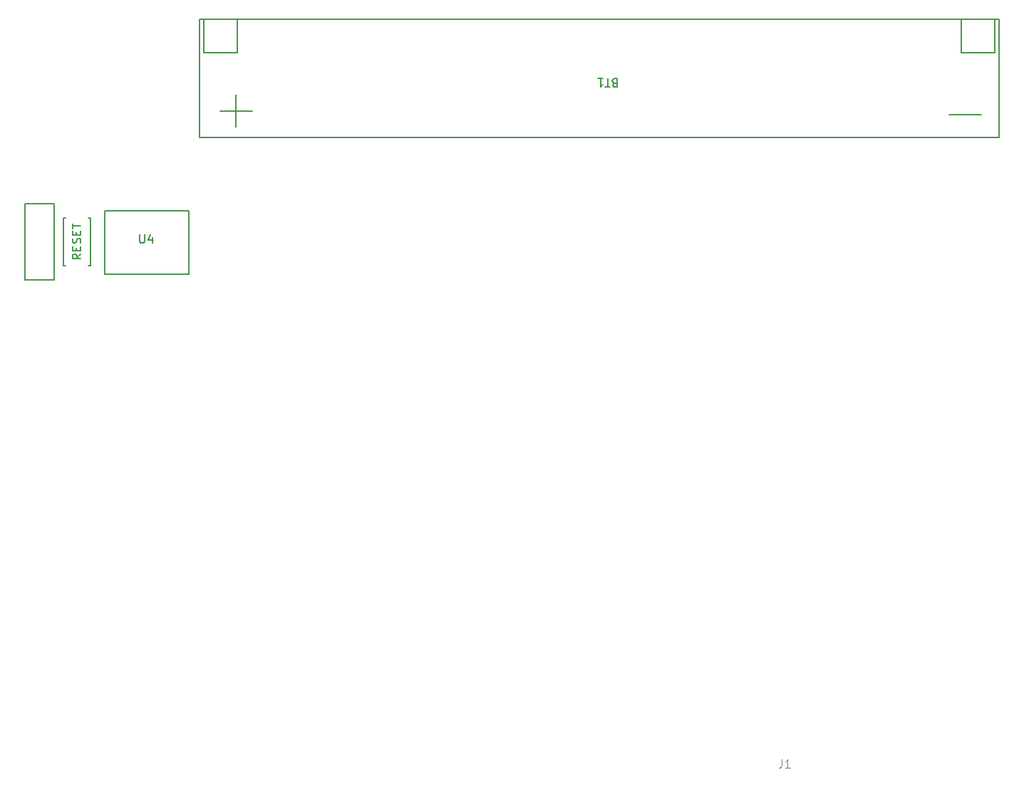
<source format=gbr>
%TF.GenerationSoftware,KiCad,Pcbnew,8.0.7*%
%TF.CreationDate,2025-03-28T15:44:08+09:00*%
%TF.ProjectId,cool642tb_R_with_tb_v130,636f6f6c-3634-4327-9462-5f525f776974,rev?*%
%TF.SameCoordinates,Original*%
%TF.FileFunction,Legend,Top*%
%TF.FilePolarity,Positive*%
%FSLAX46Y46*%
G04 Gerber Fmt 4.6, Leading zero omitted, Abs format (unit mm)*
G04 Created by KiCad (PCBNEW 8.0.7) date 2025-03-28 15:44:08*
%MOMM*%
%LPD*%
G01*
G04 APERTURE LIST*
%ADD10C,0.150000*%
%ADD11C,0.100000*%
G04 APERTURE END LIST*
D10*
X-16011904Y1465180D02*
X-16011904Y655657D01*
X-16011904Y655657D02*
X-15964285Y560419D01*
X-15964285Y560419D02*
X-15916666Y512800D01*
X-15916666Y512800D02*
X-15821428Y465180D01*
X-15821428Y465180D02*
X-15630952Y465180D01*
X-15630952Y465180D02*
X-15535714Y512800D01*
X-15535714Y512800D02*
X-15488095Y560419D01*
X-15488095Y560419D02*
X-15440476Y655657D01*
X-15440476Y655657D02*
X-15440476Y1465180D01*
X-14535714Y1131847D02*
X-14535714Y465180D01*
X-14773809Y1512800D02*
X-15011904Y798514D01*
X-15011904Y798514D02*
X-14392857Y798514D01*
D11*
X60256666Y-60927419D02*
X60256666Y-61641704D01*
X60256666Y-61641704D02*
X60209047Y-61784561D01*
X60209047Y-61784561D02*
X60113809Y-61879800D01*
X60113809Y-61879800D02*
X59970952Y-61927419D01*
X59970952Y-61927419D02*
X59875714Y-61927419D01*
X61256666Y-61927419D02*
X60685238Y-61927419D01*
X60970952Y-61927419D02*
X60970952Y-60927419D01*
X60970952Y-60927419D02*
X60875714Y-61070276D01*
X60875714Y-61070276D02*
X60780476Y-61165514D01*
X60780476Y-61165514D02*
X60685238Y-61213133D01*
D10*
X40385714Y19481009D02*
X40242857Y19528628D01*
X40242857Y19528628D02*
X40195238Y19576247D01*
X40195238Y19576247D02*
X40147619Y19671485D01*
X40147619Y19671485D02*
X40147619Y19814342D01*
X40147619Y19814342D02*
X40195238Y19909580D01*
X40195238Y19909580D02*
X40242857Y19957200D01*
X40242857Y19957200D02*
X40338095Y20004819D01*
X40338095Y20004819D02*
X40719047Y20004819D01*
X40719047Y20004819D02*
X40719047Y19004819D01*
X40719047Y19004819D02*
X40385714Y19004819D01*
X40385714Y19004819D02*
X40290476Y19052438D01*
X40290476Y19052438D02*
X40242857Y19100057D01*
X40242857Y19100057D02*
X40195238Y19195295D01*
X40195238Y19195295D02*
X40195238Y19290533D01*
X40195238Y19290533D02*
X40242857Y19385771D01*
X40242857Y19385771D02*
X40290476Y19433390D01*
X40290476Y19433390D02*
X40385714Y19481009D01*
X40385714Y19481009D02*
X40719047Y19481009D01*
X39861904Y19004819D02*
X39290476Y19004819D01*
X39576190Y20004819D02*
X39576190Y19004819D01*
X38433333Y20004819D02*
X39004761Y20004819D01*
X38719047Y20004819D02*
X38719047Y19004819D01*
X38719047Y19004819D02*
X38814285Y19147676D01*
X38814285Y19147676D02*
X38909523Y19242914D01*
X38909523Y19242914D02*
X39004761Y19290533D01*
X83980839Y15725533D02*
X80171316Y15725533D01*
X-2689160Y16155533D02*
X-6498684Y16155533D01*
X-4593922Y18060295D02*
X-4593922Y14250771D01*
X-23015180Y-842381D02*
X-23491371Y-1175714D01*
X-23015180Y-1413809D02*
X-24015180Y-1413809D01*
X-24015180Y-1413809D02*
X-24015180Y-1032857D01*
X-24015180Y-1032857D02*
X-23967561Y-937619D01*
X-23967561Y-937619D02*
X-23919942Y-890000D01*
X-23919942Y-890000D02*
X-23824704Y-842381D01*
X-23824704Y-842381D02*
X-23681847Y-842381D01*
X-23681847Y-842381D02*
X-23586609Y-890000D01*
X-23586609Y-890000D02*
X-23538990Y-937619D01*
X-23538990Y-937619D02*
X-23491371Y-1032857D01*
X-23491371Y-1032857D02*
X-23491371Y-1413809D01*
X-23538990Y-413809D02*
X-23538990Y-80476D01*
X-23015180Y62380D02*
X-23015180Y-413809D01*
X-23015180Y-413809D02*
X-24015180Y-413809D01*
X-24015180Y-413809D02*
X-24015180Y62380D01*
X-23062800Y443333D02*
X-23015180Y586190D01*
X-23015180Y586190D02*
X-23015180Y824285D01*
X-23015180Y824285D02*
X-23062800Y919523D01*
X-23062800Y919523D02*
X-23110419Y967142D01*
X-23110419Y967142D02*
X-23205657Y1014761D01*
X-23205657Y1014761D02*
X-23300895Y1014761D01*
X-23300895Y1014761D02*
X-23396133Y967142D01*
X-23396133Y967142D02*
X-23443752Y919523D01*
X-23443752Y919523D02*
X-23491371Y824285D01*
X-23491371Y824285D02*
X-23538990Y633809D01*
X-23538990Y633809D02*
X-23586609Y538571D01*
X-23586609Y538571D02*
X-23634228Y490952D01*
X-23634228Y490952D02*
X-23729466Y443333D01*
X-23729466Y443333D02*
X-23824704Y443333D01*
X-23824704Y443333D02*
X-23919942Y490952D01*
X-23919942Y490952D02*
X-23967561Y538571D01*
X-23967561Y538571D02*
X-24015180Y633809D01*
X-24015180Y633809D02*
X-24015180Y871904D01*
X-24015180Y871904D02*
X-23967561Y1014761D01*
X-23538990Y1443333D02*
X-23538990Y1776666D01*
X-23015180Y1919523D02*
X-23015180Y1443333D01*
X-23015180Y1443333D02*
X-24015180Y1443333D01*
X-24015180Y1443333D02*
X-24015180Y1919523D01*
X-24015180Y2205238D02*
X-24015180Y2776666D01*
X-23015180Y2490952D02*
X-24015180Y2490952D01*
%TO.C,SW21*%
X-29650000Y5110000D02*
X-26150000Y5110000D01*
X-29650000Y-3890000D02*
X-29650000Y5110000D01*
X-26150000Y5110000D02*
X-26150000Y-3890000D01*
X-26150000Y-3890000D02*
X-29650000Y-3890000D01*
%TO.C,U4*%
X-20150000Y4270000D02*
X-10150000Y4270000D01*
X-10150000Y-3230000D01*
X-20150000Y-3230000D01*
X-20150000Y4270000D01*
%TO.C,BT1*%
X-4400000Y23050000D02*
X-8400000Y23050000D01*
X-8400000Y27050000D01*
X-4400000Y27050000D01*
X-4400000Y23050000D01*
X85600000Y23050000D02*
X81600000Y23050000D01*
X81600000Y27050000D01*
X85600000Y27050000D01*
X85600000Y23050000D01*
X86100000Y13050000D02*
X-8900000Y13050000D01*
X-8900000Y27050000D01*
X86100000Y27050000D01*
X86100000Y13050000D01*
%TO.C,SW22*%
X-25070000Y3460000D02*
X-25070000Y-2240000D01*
X-25070000Y3460000D02*
X-24820000Y3460000D01*
X-25070000Y-2240000D02*
X-24820000Y-2240000D01*
X-21870000Y3460000D02*
X-22120000Y3460000D01*
X-21870000Y3460000D02*
X-21870000Y-2240000D01*
X-21870000Y-2240000D02*
X-22120000Y-2240000D01*
%TD*%
M02*

</source>
